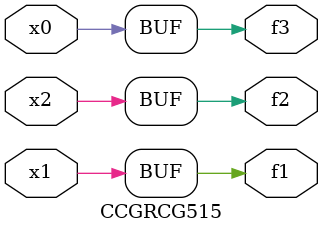
<source format=v>
module CCGRCG515(
	input x0, x1, x2,
	output f1, f2, f3
);
	assign f1 = x1;
	assign f2 = x2;
	assign f3 = x0;
endmodule

</source>
